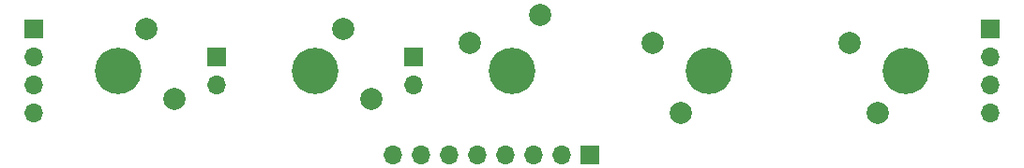
<source format=gbs>
G04 #@! TF.GenerationSoftware,KiCad,Pcbnew,(5.1.8)-1*
G04 #@! TF.CreationDate,2021-10-14T01:25:15+09:00*
G04 #@! TF.ProjectId,windsynth,77696e64-7379-46e7-9468-2e6b69636164,rev?*
G04 #@! TF.SameCoordinates,Original*
G04 #@! TF.FileFunction,Soldermask,Bot*
G04 #@! TF.FilePolarity,Negative*
%FSLAX46Y46*%
G04 Gerber Fmt 4.6, Leading zero omitted, Abs format (unit mm)*
G04 Created by KiCad (PCBNEW (5.1.8)-1) date 2021-10-14 01:25:15*
%MOMM*%
%LPD*%
G01*
G04 APERTURE LIST*
%ADD10C,2.000000*%
%ADD11C,4.200000*%
%ADD12O,1.700000X1.700000*%
%ADD13R,1.700000X1.700000*%
G04 APERTURE END LIST*
D10*
G04 #@! TO.C,SW6*
X184785000Y-110490000D03*
X182245000Y-104140000D03*
D11*
X187325000Y-106680000D03*
G04 #@! TD*
G04 #@! TO.C,SW7*
X169545000Y-106680000D03*
D10*
X164465000Y-104140000D03*
X167005000Y-110490000D03*
G04 #@! TD*
G04 #@! TO.C,SW8*
X147955000Y-104140000D03*
X154305000Y-101600000D03*
D11*
X151765000Y-106680000D03*
G04 #@! TD*
G04 #@! TO.C,SW9*
X133985000Y-106680000D03*
D10*
X139065000Y-109220000D03*
X136525000Y-102870000D03*
G04 #@! TD*
G04 #@! TO.C,SW10*
X118745000Y-102870000D03*
X121285000Y-109220000D03*
D11*
X116205000Y-106680000D03*
G04 #@! TD*
D12*
G04 #@! TO.C,SW11*
X142875000Y-107950000D03*
D13*
X142875000Y-105410000D03*
G04 #@! TD*
G04 #@! TO.C,SW12*
X125095000Y-105410000D03*
D12*
X125095000Y-107950000D03*
G04 #@! TD*
G04 #@! TO.C,J4*
X194945000Y-110490000D03*
X194945000Y-107950000D03*
X194945000Y-105410000D03*
D13*
X194945000Y-102870000D03*
G04 #@! TD*
G04 #@! TO.C,J5*
X108585000Y-102870000D03*
D12*
X108585000Y-105410000D03*
X108585000Y-107950000D03*
X108585000Y-110490000D03*
G04 #@! TD*
D13*
G04 #@! TO.C,J6*
X158750000Y-114300000D03*
D12*
X156210000Y-114300000D03*
X153670000Y-114300000D03*
X151130000Y-114300000D03*
X148590000Y-114300000D03*
X146050000Y-114300000D03*
X143510000Y-114300000D03*
X140970000Y-114300000D03*
G04 #@! TD*
M02*

</source>
